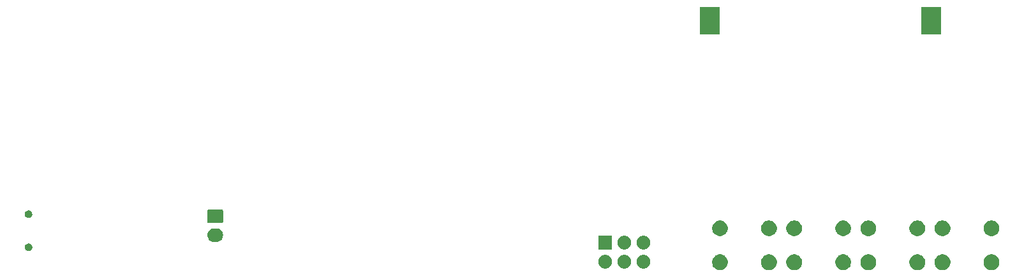
<source format=gbr>
G04 #@! TF.GenerationSoftware,KiCad,Pcbnew,(5.1.5)-3*
G04 #@! TF.CreationDate,2020-09-12T22:58:36+09:00*
G04 #@! TF.ProjectId,acrylic_nixie_clock,61637279-6c69-4635-9f6e-697869655f63,rev?*
G04 #@! TF.SameCoordinates,Original*
G04 #@! TF.FileFunction,Soldermask,Bot*
G04 #@! TF.FilePolarity,Negative*
%FSLAX46Y46*%
G04 Gerber Fmt 4.6, Leading zero omitted, Abs format (unit mm)*
G04 Created by KiCad (PCBNEW (5.1.5)-3) date 2020-09-12 22:58:36*
%MOMM*%
%LPD*%
G04 APERTURE LIST*
%ADD10C,0.100000*%
G04 APERTURE END LIST*
D10*
G36*
X168264064Y-95564389D02*
G01*
X168455333Y-95643615D01*
X168455335Y-95643616D01*
X168553924Y-95709491D01*
X168627473Y-95758635D01*
X168773865Y-95905027D01*
X168888885Y-96077167D01*
X168968111Y-96268436D01*
X169008500Y-96471484D01*
X169008500Y-96678516D01*
X168968111Y-96881564D01*
X168938428Y-96953225D01*
X168888884Y-97072835D01*
X168773865Y-97244973D01*
X168627473Y-97391365D01*
X168455335Y-97506384D01*
X168455334Y-97506385D01*
X168455333Y-97506385D01*
X168264064Y-97585611D01*
X168061016Y-97626000D01*
X167853984Y-97626000D01*
X167650936Y-97585611D01*
X167459667Y-97506385D01*
X167459666Y-97506385D01*
X167459665Y-97506384D01*
X167287527Y-97391365D01*
X167141135Y-97244973D01*
X167026116Y-97072835D01*
X166976572Y-96953225D01*
X166946889Y-96881564D01*
X166906500Y-96678516D01*
X166906500Y-96471484D01*
X166946889Y-96268436D01*
X167026115Y-96077167D01*
X167141135Y-95905027D01*
X167287527Y-95758635D01*
X167361076Y-95709491D01*
X167459665Y-95643616D01*
X167459667Y-95643615D01*
X167650936Y-95564389D01*
X167853984Y-95524000D01*
X168061016Y-95524000D01*
X168264064Y-95564389D01*
G37*
G36*
X174764064Y-95564389D02*
G01*
X174955333Y-95643615D01*
X174955335Y-95643616D01*
X175053924Y-95709491D01*
X175127473Y-95758635D01*
X175273865Y-95905027D01*
X175388885Y-96077167D01*
X175468111Y-96268436D01*
X175508500Y-96471484D01*
X175508500Y-96678516D01*
X175468111Y-96881564D01*
X175438428Y-96953225D01*
X175388884Y-97072835D01*
X175273865Y-97244973D01*
X175127473Y-97391365D01*
X174955335Y-97506384D01*
X174955334Y-97506385D01*
X174955333Y-97506385D01*
X174764064Y-97585611D01*
X174561016Y-97626000D01*
X174353984Y-97626000D01*
X174150936Y-97585611D01*
X173959667Y-97506385D01*
X173959666Y-97506385D01*
X173959665Y-97506384D01*
X173787527Y-97391365D01*
X173641135Y-97244973D01*
X173526116Y-97072835D01*
X173476572Y-96953225D01*
X173446889Y-96881564D01*
X173406500Y-96678516D01*
X173406500Y-96471484D01*
X173446889Y-96268436D01*
X173526115Y-96077167D01*
X173641135Y-95905027D01*
X173787527Y-95758635D01*
X173861076Y-95709491D01*
X173959665Y-95643616D01*
X173959667Y-95643615D01*
X174150936Y-95564389D01*
X174353984Y-95524000D01*
X174561016Y-95524000D01*
X174764064Y-95564389D01*
G37*
G36*
X164921564Y-95564389D02*
G01*
X165112833Y-95643615D01*
X165112835Y-95643616D01*
X165211424Y-95709491D01*
X165284973Y-95758635D01*
X165431365Y-95905027D01*
X165546385Y-96077167D01*
X165625611Y-96268436D01*
X165666000Y-96471484D01*
X165666000Y-96678516D01*
X165625611Y-96881564D01*
X165595928Y-96953225D01*
X165546384Y-97072835D01*
X165431365Y-97244973D01*
X165284973Y-97391365D01*
X165112835Y-97506384D01*
X165112834Y-97506385D01*
X165112833Y-97506385D01*
X164921564Y-97585611D01*
X164718516Y-97626000D01*
X164511484Y-97626000D01*
X164308436Y-97585611D01*
X164117167Y-97506385D01*
X164117166Y-97506385D01*
X164117165Y-97506384D01*
X163945027Y-97391365D01*
X163798635Y-97244973D01*
X163683616Y-97072835D01*
X163634072Y-96953225D01*
X163604389Y-96881564D01*
X163564000Y-96678516D01*
X163564000Y-96471484D01*
X163604389Y-96268436D01*
X163683615Y-96077167D01*
X163798635Y-95905027D01*
X163945027Y-95758635D01*
X164018576Y-95709491D01*
X164117165Y-95643616D01*
X164117167Y-95643615D01*
X164308436Y-95564389D01*
X164511484Y-95524000D01*
X164718516Y-95524000D01*
X164921564Y-95564389D01*
G37*
G36*
X158421564Y-95564389D02*
G01*
X158612833Y-95643615D01*
X158612835Y-95643616D01*
X158711424Y-95709491D01*
X158784973Y-95758635D01*
X158931365Y-95905027D01*
X159046385Y-96077167D01*
X159125611Y-96268436D01*
X159166000Y-96471484D01*
X159166000Y-96678516D01*
X159125611Y-96881564D01*
X159095928Y-96953225D01*
X159046384Y-97072835D01*
X158931365Y-97244973D01*
X158784973Y-97391365D01*
X158612835Y-97506384D01*
X158612834Y-97506385D01*
X158612833Y-97506385D01*
X158421564Y-97585611D01*
X158218516Y-97626000D01*
X158011484Y-97626000D01*
X157808436Y-97585611D01*
X157617167Y-97506385D01*
X157617166Y-97506385D01*
X157617165Y-97506384D01*
X157445027Y-97391365D01*
X157298635Y-97244973D01*
X157183616Y-97072835D01*
X157134072Y-96953225D01*
X157104389Y-96881564D01*
X157064000Y-96678516D01*
X157064000Y-96471484D01*
X157104389Y-96268436D01*
X157183615Y-96077167D01*
X157298635Y-95905027D01*
X157445027Y-95758635D01*
X157518576Y-95709491D01*
X157617165Y-95643616D01*
X157617167Y-95643615D01*
X157808436Y-95564389D01*
X158011484Y-95524000D01*
X158218516Y-95524000D01*
X158421564Y-95564389D01*
G37*
G36*
X148579064Y-95564389D02*
G01*
X148770333Y-95643615D01*
X148770335Y-95643616D01*
X148868924Y-95709491D01*
X148942473Y-95758635D01*
X149088865Y-95905027D01*
X149203885Y-96077167D01*
X149283111Y-96268436D01*
X149323500Y-96471484D01*
X149323500Y-96678516D01*
X149283111Y-96881564D01*
X149253428Y-96953225D01*
X149203884Y-97072835D01*
X149088865Y-97244973D01*
X148942473Y-97391365D01*
X148770335Y-97506384D01*
X148770334Y-97506385D01*
X148770333Y-97506385D01*
X148579064Y-97585611D01*
X148376016Y-97626000D01*
X148168984Y-97626000D01*
X147965936Y-97585611D01*
X147774667Y-97506385D01*
X147774666Y-97506385D01*
X147774665Y-97506384D01*
X147602527Y-97391365D01*
X147456135Y-97244973D01*
X147341116Y-97072835D01*
X147291572Y-96953225D01*
X147261889Y-96881564D01*
X147221500Y-96678516D01*
X147221500Y-96471484D01*
X147261889Y-96268436D01*
X147341115Y-96077167D01*
X147456135Y-95905027D01*
X147602527Y-95758635D01*
X147676076Y-95709491D01*
X147774665Y-95643616D01*
X147774667Y-95643615D01*
X147965936Y-95564389D01*
X148168984Y-95524000D01*
X148376016Y-95524000D01*
X148579064Y-95564389D01*
G37*
G36*
X155079064Y-95564389D02*
G01*
X155270333Y-95643615D01*
X155270335Y-95643616D01*
X155368924Y-95709491D01*
X155442473Y-95758635D01*
X155588865Y-95905027D01*
X155703885Y-96077167D01*
X155783111Y-96268436D01*
X155823500Y-96471484D01*
X155823500Y-96678516D01*
X155783111Y-96881564D01*
X155753428Y-96953225D01*
X155703884Y-97072835D01*
X155588865Y-97244973D01*
X155442473Y-97391365D01*
X155270335Y-97506384D01*
X155270334Y-97506385D01*
X155270333Y-97506385D01*
X155079064Y-97585611D01*
X154876016Y-97626000D01*
X154668984Y-97626000D01*
X154465936Y-97585611D01*
X154274667Y-97506385D01*
X154274666Y-97506385D01*
X154274665Y-97506384D01*
X154102527Y-97391365D01*
X153956135Y-97244973D01*
X153841116Y-97072835D01*
X153791572Y-96953225D01*
X153761889Y-96881564D01*
X153721500Y-96678516D01*
X153721500Y-96471484D01*
X153761889Y-96268436D01*
X153841115Y-96077167D01*
X153956135Y-95905027D01*
X154102527Y-95758635D01*
X154176076Y-95709491D01*
X154274665Y-95643616D01*
X154274667Y-95643615D01*
X154465936Y-95564389D01*
X154668984Y-95524000D01*
X154876016Y-95524000D01*
X155079064Y-95564389D01*
G37*
G36*
X184606564Y-95564389D02*
G01*
X184797833Y-95643615D01*
X184797835Y-95643616D01*
X184896424Y-95709491D01*
X184969973Y-95758635D01*
X185116365Y-95905027D01*
X185231385Y-96077167D01*
X185310611Y-96268436D01*
X185351000Y-96471484D01*
X185351000Y-96678516D01*
X185310611Y-96881564D01*
X185280928Y-96953225D01*
X185231384Y-97072835D01*
X185116365Y-97244973D01*
X184969973Y-97391365D01*
X184797835Y-97506384D01*
X184797834Y-97506385D01*
X184797833Y-97506385D01*
X184606564Y-97585611D01*
X184403516Y-97626000D01*
X184196484Y-97626000D01*
X183993436Y-97585611D01*
X183802167Y-97506385D01*
X183802166Y-97506385D01*
X183802165Y-97506384D01*
X183630027Y-97391365D01*
X183483635Y-97244973D01*
X183368616Y-97072835D01*
X183319072Y-96953225D01*
X183289389Y-96881564D01*
X183249000Y-96678516D01*
X183249000Y-96471484D01*
X183289389Y-96268436D01*
X183368615Y-96077167D01*
X183483635Y-95905027D01*
X183630027Y-95758635D01*
X183703576Y-95709491D01*
X183802165Y-95643616D01*
X183802167Y-95643615D01*
X183993436Y-95564389D01*
X184196484Y-95524000D01*
X184403516Y-95524000D01*
X184606564Y-95564389D01*
G37*
G36*
X178106564Y-95564389D02*
G01*
X178297833Y-95643615D01*
X178297835Y-95643616D01*
X178396424Y-95709491D01*
X178469973Y-95758635D01*
X178616365Y-95905027D01*
X178731385Y-96077167D01*
X178810611Y-96268436D01*
X178851000Y-96471484D01*
X178851000Y-96678516D01*
X178810611Y-96881564D01*
X178780928Y-96953225D01*
X178731384Y-97072835D01*
X178616365Y-97244973D01*
X178469973Y-97391365D01*
X178297835Y-97506384D01*
X178297834Y-97506385D01*
X178297833Y-97506385D01*
X178106564Y-97585611D01*
X177903516Y-97626000D01*
X177696484Y-97626000D01*
X177493436Y-97585611D01*
X177302167Y-97506385D01*
X177302166Y-97506385D01*
X177302165Y-97506384D01*
X177130027Y-97391365D01*
X176983635Y-97244973D01*
X176868616Y-97072835D01*
X176819072Y-96953225D01*
X176789389Y-96881564D01*
X176749000Y-96678516D01*
X176749000Y-96471484D01*
X176789389Y-96268436D01*
X176868615Y-96077167D01*
X176983635Y-95905027D01*
X177130027Y-95758635D01*
X177203576Y-95709491D01*
X177302165Y-95643616D01*
X177302167Y-95643615D01*
X177493436Y-95564389D01*
X177696484Y-95524000D01*
X177903516Y-95524000D01*
X178106564Y-95564389D01*
G37*
G36*
X138379278Y-95640547D02*
G01*
X138545724Y-95709491D01*
X138695522Y-95809583D01*
X138822917Y-95936978D01*
X138923009Y-96086776D01*
X138991953Y-96253222D01*
X139027100Y-96429918D01*
X139027100Y-96610082D01*
X138991953Y-96786778D01*
X138923009Y-96953224D01*
X138822917Y-97103022D01*
X138695522Y-97230417D01*
X138545724Y-97330509D01*
X138379278Y-97399453D01*
X138202582Y-97434600D01*
X138022418Y-97434600D01*
X137845722Y-97399453D01*
X137679276Y-97330509D01*
X137529478Y-97230417D01*
X137402083Y-97103022D01*
X137301991Y-96953224D01*
X137233047Y-96786778D01*
X137197900Y-96610082D01*
X137197900Y-96429918D01*
X137233047Y-96253222D01*
X137301991Y-96086776D01*
X137402083Y-95936978D01*
X137529478Y-95809583D01*
X137679276Y-95709491D01*
X137845722Y-95640547D01*
X138022418Y-95605400D01*
X138202582Y-95605400D01*
X138379278Y-95640547D01*
G37*
G36*
X135839278Y-95640547D02*
G01*
X136005724Y-95709491D01*
X136155522Y-95809583D01*
X136282917Y-95936978D01*
X136383009Y-96086776D01*
X136451953Y-96253222D01*
X136487100Y-96429918D01*
X136487100Y-96610082D01*
X136451953Y-96786778D01*
X136383009Y-96953224D01*
X136282917Y-97103022D01*
X136155522Y-97230417D01*
X136005724Y-97330509D01*
X135839278Y-97399453D01*
X135662582Y-97434600D01*
X135482418Y-97434600D01*
X135305722Y-97399453D01*
X135139276Y-97330509D01*
X134989478Y-97230417D01*
X134862083Y-97103022D01*
X134761991Y-96953224D01*
X134693047Y-96786778D01*
X134657900Y-96610082D01*
X134657900Y-96429918D01*
X134693047Y-96253222D01*
X134761991Y-96086776D01*
X134862083Y-95936978D01*
X134989478Y-95809583D01*
X135139276Y-95709491D01*
X135305722Y-95640547D01*
X135482418Y-95605400D01*
X135662582Y-95605400D01*
X135839278Y-95640547D01*
G37*
G36*
X133299278Y-95640547D02*
G01*
X133465724Y-95709491D01*
X133615522Y-95809583D01*
X133742917Y-95936978D01*
X133843009Y-96086776D01*
X133911953Y-96253222D01*
X133947100Y-96429918D01*
X133947100Y-96610082D01*
X133911953Y-96786778D01*
X133843009Y-96953224D01*
X133742917Y-97103022D01*
X133615522Y-97230417D01*
X133465724Y-97330509D01*
X133299278Y-97399453D01*
X133122582Y-97434600D01*
X132942418Y-97434600D01*
X132765722Y-97399453D01*
X132599276Y-97330509D01*
X132449478Y-97230417D01*
X132322083Y-97103022D01*
X132221991Y-96953224D01*
X132153047Y-96786778D01*
X132117900Y-96610082D01*
X132117900Y-96429918D01*
X132153047Y-96253222D01*
X132221991Y-96086776D01*
X132322083Y-95936978D01*
X132449478Y-95809583D01*
X132599276Y-95709491D01*
X132765722Y-95640547D01*
X132942418Y-95605400D01*
X133122582Y-95605400D01*
X133299278Y-95640547D01*
G37*
G36*
X56612740Y-94101126D02*
G01*
X56661136Y-94110753D01*
X56698902Y-94126396D01*
X56752311Y-94148519D01*
X56752312Y-94148520D01*
X56834369Y-94203348D01*
X56904152Y-94273131D01*
X56904153Y-94273133D01*
X56958981Y-94355189D01*
X56996747Y-94446365D01*
X57016000Y-94543155D01*
X57016000Y-94641845D01*
X56996747Y-94738635D01*
X56958981Y-94829811D01*
X56939175Y-94859453D01*
X56904152Y-94911869D01*
X56834369Y-94981652D01*
X56793062Y-95009252D01*
X56752311Y-95036481D01*
X56698902Y-95058604D01*
X56661136Y-95074247D01*
X56612740Y-95083874D01*
X56564345Y-95093500D01*
X56465655Y-95093500D01*
X56417260Y-95083874D01*
X56368864Y-95074247D01*
X56331098Y-95058604D01*
X56277689Y-95036481D01*
X56236938Y-95009252D01*
X56195631Y-94981652D01*
X56125848Y-94911869D01*
X56090825Y-94859453D01*
X56071019Y-94829811D01*
X56033253Y-94738635D01*
X56014000Y-94641845D01*
X56014000Y-94543155D01*
X56033253Y-94446365D01*
X56071019Y-94355189D01*
X56125847Y-94273133D01*
X56125848Y-94273131D01*
X56195631Y-94203348D01*
X56277688Y-94148520D01*
X56277689Y-94148519D01*
X56331098Y-94126396D01*
X56368864Y-94110753D01*
X56417260Y-94101126D01*
X56465655Y-94091500D01*
X56564345Y-94091500D01*
X56612740Y-94101126D01*
G37*
G36*
X133947100Y-94894600D02*
G01*
X132117900Y-94894600D01*
X132117900Y-93065400D01*
X133947100Y-93065400D01*
X133947100Y-94894600D01*
G37*
G36*
X135839278Y-93100547D02*
G01*
X136005724Y-93169491D01*
X136155522Y-93269583D01*
X136282917Y-93396978D01*
X136383009Y-93546776D01*
X136451953Y-93713222D01*
X136487100Y-93889918D01*
X136487100Y-94070082D01*
X136451953Y-94246778D01*
X136383009Y-94413224D01*
X136282917Y-94563022D01*
X136155522Y-94690417D01*
X136005724Y-94790509D01*
X135839278Y-94859453D01*
X135662582Y-94894600D01*
X135482418Y-94894600D01*
X135305722Y-94859453D01*
X135139276Y-94790509D01*
X134989478Y-94690417D01*
X134862083Y-94563022D01*
X134761991Y-94413224D01*
X134693047Y-94246778D01*
X134657900Y-94070082D01*
X134657900Y-93889918D01*
X134693047Y-93713222D01*
X134761991Y-93546776D01*
X134862083Y-93396978D01*
X134989478Y-93269583D01*
X135139276Y-93169491D01*
X135305722Y-93100547D01*
X135482418Y-93065400D01*
X135662582Y-93065400D01*
X135839278Y-93100547D01*
G37*
G36*
X138379278Y-93100547D02*
G01*
X138545724Y-93169491D01*
X138695522Y-93269583D01*
X138822917Y-93396978D01*
X138923009Y-93546776D01*
X138991953Y-93713222D01*
X139027100Y-93889918D01*
X139027100Y-94070082D01*
X138991953Y-94246778D01*
X138923009Y-94413224D01*
X138822917Y-94563022D01*
X138695522Y-94690417D01*
X138545724Y-94790509D01*
X138379278Y-94859453D01*
X138202582Y-94894600D01*
X138022418Y-94894600D01*
X137845722Y-94859453D01*
X137679276Y-94790509D01*
X137529478Y-94690417D01*
X137402083Y-94563022D01*
X137301991Y-94413224D01*
X137233047Y-94246778D01*
X137197900Y-94070082D01*
X137197900Y-93889918D01*
X137233047Y-93713222D01*
X137301991Y-93546776D01*
X137402083Y-93396978D01*
X137529478Y-93269583D01*
X137679276Y-93169491D01*
X137845722Y-93100547D01*
X138022418Y-93065400D01*
X138202582Y-93065400D01*
X138379278Y-93100547D01*
G37*
G36*
X81540442Y-92093018D02*
G01*
X81606627Y-92099537D01*
X81776466Y-92151057D01*
X81932991Y-92234722D01*
X81968729Y-92264052D01*
X82070186Y-92347314D01*
X82153448Y-92448771D01*
X82182778Y-92484509D01*
X82266443Y-92641034D01*
X82317963Y-92810873D01*
X82335359Y-92987500D01*
X82317963Y-93164127D01*
X82266443Y-93333966D01*
X82182778Y-93490491D01*
X82153448Y-93526229D01*
X82070186Y-93627686D01*
X81968729Y-93710948D01*
X81932991Y-93740278D01*
X81776466Y-93823943D01*
X81606627Y-93875463D01*
X81540443Y-93881981D01*
X81474260Y-93888500D01*
X81085740Y-93888500D01*
X81019557Y-93881981D01*
X80953373Y-93875463D01*
X80783534Y-93823943D01*
X80627009Y-93740278D01*
X80591271Y-93710948D01*
X80489814Y-93627686D01*
X80406552Y-93526229D01*
X80377222Y-93490491D01*
X80293557Y-93333966D01*
X80242037Y-93164127D01*
X80224641Y-92987500D01*
X80242037Y-92810873D01*
X80293557Y-92641034D01*
X80377222Y-92484509D01*
X80406552Y-92448771D01*
X80489814Y-92347314D01*
X80591271Y-92264052D01*
X80627009Y-92234722D01*
X80783534Y-92151057D01*
X80953373Y-92099537D01*
X81019558Y-92093018D01*
X81085740Y-92086500D01*
X81474260Y-92086500D01*
X81540442Y-92093018D01*
G37*
G36*
X168264064Y-91064389D02*
G01*
X168455333Y-91143615D01*
X168455335Y-91143616D01*
X168502602Y-91175199D01*
X168627473Y-91258635D01*
X168773865Y-91405027D01*
X168888885Y-91577167D01*
X168968111Y-91768436D01*
X169008500Y-91971484D01*
X169008500Y-92178516D01*
X168968111Y-92381564D01*
X168925470Y-92484509D01*
X168888884Y-92572835D01*
X168773865Y-92744973D01*
X168627473Y-92891365D01*
X168455335Y-93006384D01*
X168455334Y-93006385D01*
X168455333Y-93006385D01*
X168264064Y-93085611D01*
X168061016Y-93126000D01*
X167853984Y-93126000D01*
X167650936Y-93085611D01*
X167459667Y-93006385D01*
X167459666Y-93006385D01*
X167459665Y-93006384D01*
X167287527Y-92891365D01*
X167141135Y-92744973D01*
X167026116Y-92572835D01*
X166989530Y-92484509D01*
X166946889Y-92381564D01*
X166906500Y-92178516D01*
X166906500Y-91971484D01*
X166946889Y-91768436D01*
X167026115Y-91577167D01*
X167141135Y-91405027D01*
X167287527Y-91258635D01*
X167412398Y-91175199D01*
X167459665Y-91143616D01*
X167459667Y-91143615D01*
X167650936Y-91064389D01*
X167853984Y-91024000D01*
X168061016Y-91024000D01*
X168264064Y-91064389D01*
G37*
G36*
X148579064Y-91064389D02*
G01*
X148770333Y-91143615D01*
X148770335Y-91143616D01*
X148817602Y-91175199D01*
X148942473Y-91258635D01*
X149088865Y-91405027D01*
X149203885Y-91577167D01*
X149283111Y-91768436D01*
X149323500Y-91971484D01*
X149323500Y-92178516D01*
X149283111Y-92381564D01*
X149240470Y-92484509D01*
X149203884Y-92572835D01*
X149088865Y-92744973D01*
X148942473Y-92891365D01*
X148770335Y-93006384D01*
X148770334Y-93006385D01*
X148770333Y-93006385D01*
X148579064Y-93085611D01*
X148376016Y-93126000D01*
X148168984Y-93126000D01*
X147965936Y-93085611D01*
X147774667Y-93006385D01*
X147774666Y-93006385D01*
X147774665Y-93006384D01*
X147602527Y-92891365D01*
X147456135Y-92744973D01*
X147341116Y-92572835D01*
X147304530Y-92484509D01*
X147261889Y-92381564D01*
X147221500Y-92178516D01*
X147221500Y-91971484D01*
X147261889Y-91768436D01*
X147341115Y-91577167D01*
X147456135Y-91405027D01*
X147602527Y-91258635D01*
X147727398Y-91175199D01*
X147774665Y-91143616D01*
X147774667Y-91143615D01*
X147965936Y-91064389D01*
X148168984Y-91024000D01*
X148376016Y-91024000D01*
X148579064Y-91064389D01*
G37*
G36*
X174764064Y-91064389D02*
G01*
X174955333Y-91143615D01*
X174955335Y-91143616D01*
X175002602Y-91175199D01*
X175127473Y-91258635D01*
X175273865Y-91405027D01*
X175388885Y-91577167D01*
X175468111Y-91768436D01*
X175508500Y-91971484D01*
X175508500Y-92178516D01*
X175468111Y-92381564D01*
X175425470Y-92484509D01*
X175388884Y-92572835D01*
X175273865Y-92744973D01*
X175127473Y-92891365D01*
X174955335Y-93006384D01*
X174955334Y-93006385D01*
X174955333Y-93006385D01*
X174764064Y-93085611D01*
X174561016Y-93126000D01*
X174353984Y-93126000D01*
X174150936Y-93085611D01*
X173959667Y-93006385D01*
X173959666Y-93006385D01*
X173959665Y-93006384D01*
X173787527Y-92891365D01*
X173641135Y-92744973D01*
X173526116Y-92572835D01*
X173489530Y-92484509D01*
X173446889Y-92381564D01*
X173406500Y-92178516D01*
X173406500Y-91971484D01*
X173446889Y-91768436D01*
X173526115Y-91577167D01*
X173641135Y-91405027D01*
X173787527Y-91258635D01*
X173912398Y-91175199D01*
X173959665Y-91143616D01*
X173959667Y-91143615D01*
X174150936Y-91064389D01*
X174353984Y-91024000D01*
X174561016Y-91024000D01*
X174764064Y-91064389D01*
G37*
G36*
X164921564Y-91064389D02*
G01*
X165112833Y-91143615D01*
X165112835Y-91143616D01*
X165160102Y-91175199D01*
X165284973Y-91258635D01*
X165431365Y-91405027D01*
X165546385Y-91577167D01*
X165625611Y-91768436D01*
X165666000Y-91971484D01*
X165666000Y-92178516D01*
X165625611Y-92381564D01*
X165582970Y-92484509D01*
X165546384Y-92572835D01*
X165431365Y-92744973D01*
X165284973Y-92891365D01*
X165112835Y-93006384D01*
X165112834Y-93006385D01*
X165112833Y-93006385D01*
X164921564Y-93085611D01*
X164718516Y-93126000D01*
X164511484Y-93126000D01*
X164308436Y-93085611D01*
X164117167Y-93006385D01*
X164117166Y-93006385D01*
X164117165Y-93006384D01*
X163945027Y-92891365D01*
X163798635Y-92744973D01*
X163683616Y-92572835D01*
X163647030Y-92484509D01*
X163604389Y-92381564D01*
X163564000Y-92178516D01*
X163564000Y-91971484D01*
X163604389Y-91768436D01*
X163683615Y-91577167D01*
X163798635Y-91405027D01*
X163945027Y-91258635D01*
X164069898Y-91175199D01*
X164117165Y-91143616D01*
X164117167Y-91143615D01*
X164308436Y-91064389D01*
X164511484Y-91024000D01*
X164718516Y-91024000D01*
X164921564Y-91064389D01*
G37*
G36*
X158421564Y-91064389D02*
G01*
X158612833Y-91143615D01*
X158612835Y-91143616D01*
X158660102Y-91175199D01*
X158784973Y-91258635D01*
X158931365Y-91405027D01*
X159046385Y-91577167D01*
X159125611Y-91768436D01*
X159166000Y-91971484D01*
X159166000Y-92178516D01*
X159125611Y-92381564D01*
X159082970Y-92484509D01*
X159046384Y-92572835D01*
X158931365Y-92744973D01*
X158784973Y-92891365D01*
X158612835Y-93006384D01*
X158612834Y-93006385D01*
X158612833Y-93006385D01*
X158421564Y-93085611D01*
X158218516Y-93126000D01*
X158011484Y-93126000D01*
X157808436Y-93085611D01*
X157617167Y-93006385D01*
X157617166Y-93006385D01*
X157617165Y-93006384D01*
X157445027Y-92891365D01*
X157298635Y-92744973D01*
X157183616Y-92572835D01*
X157147030Y-92484509D01*
X157104389Y-92381564D01*
X157064000Y-92178516D01*
X157064000Y-91971484D01*
X157104389Y-91768436D01*
X157183615Y-91577167D01*
X157298635Y-91405027D01*
X157445027Y-91258635D01*
X157569898Y-91175199D01*
X157617165Y-91143616D01*
X157617167Y-91143615D01*
X157808436Y-91064389D01*
X158011484Y-91024000D01*
X158218516Y-91024000D01*
X158421564Y-91064389D01*
G37*
G36*
X155079064Y-91064389D02*
G01*
X155270333Y-91143615D01*
X155270335Y-91143616D01*
X155317602Y-91175199D01*
X155442473Y-91258635D01*
X155588865Y-91405027D01*
X155703885Y-91577167D01*
X155783111Y-91768436D01*
X155823500Y-91971484D01*
X155823500Y-92178516D01*
X155783111Y-92381564D01*
X155740470Y-92484509D01*
X155703884Y-92572835D01*
X155588865Y-92744973D01*
X155442473Y-92891365D01*
X155270335Y-93006384D01*
X155270334Y-93006385D01*
X155270333Y-93006385D01*
X155079064Y-93085611D01*
X154876016Y-93126000D01*
X154668984Y-93126000D01*
X154465936Y-93085611D01*
X154274667Y-93006385D01*
X154274666Y-93006385D01*
X154274665Y-93006384D01*
X154102527Y-92891365D01*
X153956135Y-92744973D01*
X153841116Y-92572835D01*
X153804530Y-92484509D01*
X153761889Y-92381564D01*
X153721500Y-92178516D01*
X153721500Y-91971484D01*
X153761889Y-91768436D01*
X153841115Y-91577167D01*
X153956135Y-91405027D01*
X154102527Y-91258635D01*
X154227398Y-91175199D01*
X154274665Y-91143616D01*
X154274667Y-91143615D01*
X154465936Y-91064389D01*
X154668984Y-91024000D01*
X154876016Y-91024000D01*
X155079064Y-91064389D01*
G37*
G36*
X184606564Y-91064389D02*
G01*
X184797833Y-91143615D01*
X184797835Y-91143616D01*
X184845102Y-91175199D01*
X184969973Y-91258635D01*
X185116365Y-91405027D01*
X185231385Y-91577167D01*
X185310611Y-91768436D01*
X185351000Y-91971484D01*
X185351000Y-92178516D01*
X185310611Y-92381564D01*
X185267970Y-92484509D01*
X185231384Y-92572835D01*
X185116365Y-92744973D01*
X184969973Y-92891365D01*
X184797835Y-93006384D01*
X184797834Y-93006385D01*
X184797833Y-93006385D01*
X184606564Y-93085611D01*
X184403516Y-93126000D01*
X184196484Y-93126000D01*
X183993436Y-93085611D01*
X183802167Y-93006385D01*
X183802166Y-93006385D01*
X183802165Y-93006384D01*
X183630027Y-92891365D01*
X183483635Y-92744973D01*
X183368616Y-92572835D01*
X183332030Y-92484509D01*
X183289389Y-92381564D01*
X183249000Y-92178516D01*
X183249000Y-91971484D01*
X183289389Y-91768436D01*
X183368615Y-91577167D01*
X183483635Y-91405027D01*
X183630027Y-91258635D01*
X183754898Y-91175199D01*
X183802165Y-91143616D01*
X183802167Y-91143615D01*
X183993436Y-91064389D01*
X184196484Y-91024000D01*
X184403516Y-91024000D01*
X184606564Y-91064389D01*
G37*
G36*
X178106564Y-91064389D02*
G01*
X178297833Y-91143615D01*
X178297835Y-91143616D01*
X178345102Y-91175199D01*
X178469973Y-91258635D01*
X178616365Y-91405027D01*
X178731385Y-91577167D01*
X178810611Y-91768436D01*
X178851000Y-91971484D01*
X178851000Y-92178516D01*
X178810611Y-92381564D01*
X178767970Y-92484509D01*
X178731384Y-92572835D01*
X178616365Y-92744973D01*
X178469973Y-92891365D01*
X178297835Y-93006384D01*
X178297834Y-93006385D01*
X178297833Y-93006385D01*
X178106564Y-93085611D01*
X177903516Y-93126000D01*
X177696484Y-93126000D01*
X177493436Y-93085611D01*
X177302167Y-93006385D01*
X177302166Y-93006385D01*
X177302165Y-93006384D01*
X177130027Y-92891365D01*
X176983635Y-92744973D01*
X176868616Y-92572835D01*
X176832030Y-92484509D01*
X176789389Y-92381564D01*
X176749000Y-92178516D01*
X176749000Y-91971484D01*
X176789389Y-91768436D01*
X176868615Y-91577167D01*
X176983635Y-91405027D01*
X177130027Y-91258635D01*
X177254898Y-91175199D01*
X177302165Y-91143616D01*
X177302167Y-91143615D01*
X177493436Y-91064389D01*
X177696484Y-91024000D01*
X177903516Y-91024000D01*
X178106564Y-91064389D01*
G37*
G36*
X82188600Y-89590489D02*
G01*
X82221652Y-89600515D01*
X82252103Y-89616792D01*
X82278799Y-89638701D01*
X82300708Y-89665397D01*
X82316985Y-89695848D01*
X82327011Y-89728900D01*
X82331000Y-89769403D01*
X82331000Y-91205597D01*
X82327011Y-91246100D01*
X82316985Y-91279152D01*
X82300708Y-91309603D01*
X82278799Y-91336299D01*
X82252103Y-91358208D01*
X82221652Y-91374485D01*
X82188600Y-91384511D01*
X82148097Y-91388500D01*
X80411903Y-91388500D01*
X80371400Y-91384511D01*
X80338348Y-91374485D01*
X80307897Y-91358208D01*
X80281201Y-91336299D01*
X80259292Y-91309603D01*
X80243015Y-91279152D01*
X80232989Y-91246100D01*
X80229000Y-91205597D01*
X80229000Y-89769403D01*
X80232989Y-89728900D01*
X80243015Y-89695848D01*
X80259292Y-89665397D01*
X80281201Y-89638701D01*
X80307897Y-89616792D01*
X80338348Y-89600515D01*
X80371400Y-89590489D01*
X80411903Y-89586500D01*
X82148097Y-89586500D01*
X82188600Y-89590489D01*
G37*
G36*
X56612740Y-89701127D02*
G01*
X56661136Y-89710753D01*
X56698902Y-89726396D01*
X56752311Y-89748519D01*
X56783566Y-89769403D01*
X56834369Y-89803348D01*
X56904152Y-89873131D01*
X56904153Y-89873133D01*
X56958981Y-89955189D01*
X56996747Y-90046365D01*
X57016000Y-90143155D01*
X57016000Y-90241845D01*
X56996747Y-90338635D01*
X56958981Y-90429811D01*
X56958980Y-90429812D01*
X56904152Y-90511869D01*
X56834369Y-90581652D01*
X56793062Y-90609252D01*
X56752311Y-90636481D01*
X56698902Y-90658604D01*
X56661136Y-90674247D01*
X56612740Y-90683873D01*
X56564345Y-90693500D01*
X56465655Y-90693500D01*
X56417260Y-90683873D01*
X56368864Y-90674247D01*
X56331098Y-90658604D01*
X56277689Y-90636481D01*
X56236938Y-90609252D01*
X56195631Y-90581652D01*
X56125848Y-90511869D01*
X56071020Y-90429812D01*
X56071019Y-90429811D01*
X56033253Y-90338635D01*
X56014000Y-90241845D01*
X56014000Y-90143155D01*
X56033253Y-90046365D01*
X56071019Y-89955189D01*
X56125847Y-89873133D01*
X56125848Y-89873131D01*
X56195631Y-89803348D01*
X56246434Y-89769403D01*
X56277689Y-89748519D01*
X56331098Y-89726396D01*
X56368864Y-89710753D01*
X56417260Y-89701127D01*
X56465655Y-89691500D01*
X56564345Y-89691500D01*
X56612740Y-89701127D01*
G37*
G36*
X148248500Y-66258500D02*
G01*
X145606500Y-66258500D01*
X145606500Y-62646500D01*
X148248500Y-62646500D01*
X148248500Y-66258500D01*
G37*
G36*
X177608500Y-66258500D02*
G01*
X174966500Y-66258500D01*
X174966500Y-62646500D01*
X177608500Y-62646500D01*
X177608500Y-66258500D01*
G37*
M02*

</source>
